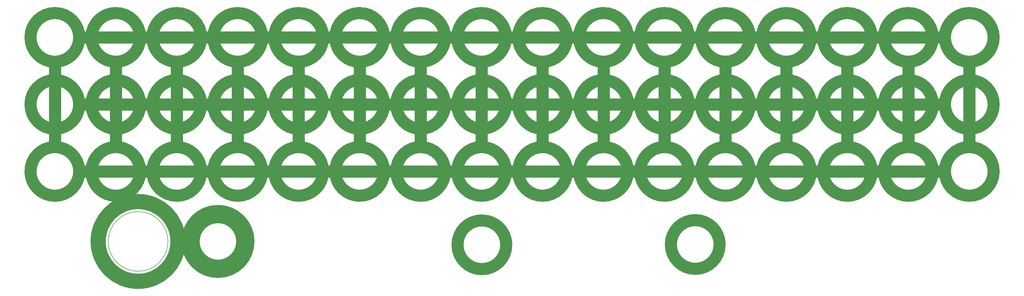
<source format=gbr>
%TF.GenerationSoftware,KiCad,Pcbnew,7.0.9*%
%TF.CreationDate,2024-01-02T10:04:44-06:00*%
%TF.ProjectId,AnalogSequencerFaceplate,416e616c-6f67-4536-9571-75656e636572,rev?*%
%TF.SameCoordinates,Original*%
%TF.FileFunction,Copper,L1,Top*%
%TF.FilePolarity,Positive*%
%FSLAX46Y46*%
G04 Gerber Fmt 4.6, Leading zero omitted, Abs format (unit mm)*
G04 Created by KiCad (PCBNEW 7.0.9) date 2024-01-02 10:04:44*
%MOMM*%
%LPD*%
G01*
G04 APERTURE LIST*
%TA.AperFunction,NonConductor*%
%ADD10C,0.200000*%
%TD*%
%TA.AperFunction,NonConductor*%
%ADD11C,5.000000*%
%TD*%
%TA.AperFunction,NonConductor*%
%ADD12C,6.000000*%
%TD*%
%TA.AperFunction,NonConductor*%
%ADD13C,4.000000*%
%TD*%
G04 APERTURE END LIST*
D10*
X114600000Y-185500000D02*
G75*
G03*
X114600000Y-185500000I-9800000J0D01*
G01*
D11*
X117900000Y-185500000D02*
G75*
G03*
X117900000Y-185500000I-13100000J0D01*
G01*
D12*
X140000000Y-185500000D02*
G75*
G03*
X140000000Y-185500000I-9000000J0D01*
G01*
D13*
X225600000Y-186600000D02*
G75*
G03*
X225600000Y-186600000I-8000000J0D01*
G01*
X295600000Y-186500000D02*
G75*
G03*
X295600000Y-186500000I-8000000J0D01*
G01*
X385500000Y-162500000D02*
G75*
G03*
X385500000Y-162500000I-8000000J0D01*
G01*
X365500000Y-118500000D02*
G75*
G03*
X365500000Y-118500000I-8000000J0D01*
G01*
X305500000Y-140500000D02*
G75*
G03*
X305500000Y-140500000I-8000000J0D01*
G01*
X225500000Y-162500000D02*
G75*
G03*
X225500000Y-162500000I-8000000J0D01*
G01*
X205500000Y-140500000D02*
G75*
G03*
X205500000Y-140500000I-8000000J0D01*
G01*
X185500000Y-118500000D02*
G75*
G03*
X185500000Y-118500000I-8000000J0D01*
G01*
X205500000Y-162500000D02*
G75*
G03*
X205500000Y-162500000I-8000000J0D01*
G01*
X277500000Y-126500000D02*
X277500000Y-154500000D01*
X165500000Y-118500000D02*
G75*
G03*
X165500000Y-118500000I-8000000J0D01*
G01*
X217500000Y-126500000D02*
X217500000Y-154500000D01*
X77500000Y-126500000D02*
X77500000Y-154500000D01*
X325500000Y-162500000D02*
G75*
G03*
X325500000Y-162500000I-8000000J0D01*
G01*
X369500000Y-140500000D02*
X85500000Y-140500000D01*
X305500000Y-118500000D02*
G75*
G03*
X305500000Y-118500000I-8000000J0D01*
G01*
X325500000Y-140500000D02*
G75*
G03*
X325500000Y-140500000I-8000000J0D01*
G01*
X357500000Y-126500000D02*
X357500000Y-154500000D01*
X225500000Y-118500000D02*
G75*
G03*
X225500000Y-118500000I-8000000J0D01*
G01*
X105500000Y-118500000D02*
G75*
G03*
X105500000Y-118500000I-8000000J0D01*
G01*
X337500000Y-126500000D02*
X337500000Y-154500000D01*
X297500000Y-126500000D02*
X297500000Y-154500000D01*
X177500000Y-126500000D02*
X177500000Y-154500000D01*
X225500000Y-140500000D02*
G75*
G03*
X225500000Y-140500000I-8000000J0D01*
G01*
X137500000Y-126500000D02*
X137500000Y-154500000D01*
X285500000Y-162500000D02*
G75*
G03*
X285500000Y-162500000I-8000000J0D01*
G01*
X105500000Y-140500000D02*
G75*
G03*
X105500000Y-140500000I-8000000J0D01*
G01*
X125500000Y-162500000D02*
G75*
G03*
X125500000Y-162500000I-8000000J0D01*
G01*
X237500000Y-126500000D02*
X237500000Y-154500000D01*
X185500000Y-162500000D02*
G75*
G03*
X185500000Y-162500000I-8000000J0D01*
G01*
X345500000Y-118500000D02*
G75*
G03*
X345500000Y-118500000I-8000000J0D01*
G01*
X165500000Y-162500000D02*
G75*
G03*
X165500000Y-162500000I-8000000J0D01*
G01*
X345500000Y-140500000D02*
G75*
G03*
X345500000Y-140500000I-8000000J0D01*
G01*
X97500000Y-126500000D02*
X97500000Y-154500000D01*
X285500000Y-118500000D02*
G75*
G03*
X285500000Y-118500000I-8000000J0D01*
G01*
X85500000Y-118500000D02*
G75*
G03*
X85500000Y-118500000I-8000000J0D01*
G01*
X85500000Y-140500000D02*
G75*
G03*
X85500000Y-140500000I-8000000J0D01*
G01*
X185500000Y-140500000D02*
G75*
G03*
X185500000Y-140500000I-8000000J0D01*
G01*
X265500000Y-140500000D02*
G75*
G03*
X265500000Y-140500000I-8000000J0D01*
G01*
X265500000Y-162500000D02*
G75*
G03*
X265500000Y-162500000I-8000000J0D01*
G01*
X265500000Y-118500000D02*
G75*
G03*
X265500000Y-118500000I-8000000J0D01*
G01*
X125500000Y-140500000D02*
G75*
G03*
X125500000Y-140500000I-8000000J0D01*
G01*
X117500000Y-126500000D02*
X117500000Y-154500000D01*
X165500000Y-140500000D02*
G75*
G03*
X165500000Y-140500000I-8000000J0D01*
G01*
X145500000Y-140500000D02*
G75*
G03*
X145500000Y-140500000I-8000000J0D01*
G01*
X197500000Y-126500000D02*
X197500000Y-154500000D01*
X285500000Y-140500000D02*
G75*
G03*
X285500000Y-140500000I-8000000J0D01*
G01*
X105500000Y-162500000D02*
G75*
G03*
X105500000Y-162500000I-8000000J0D01*
G01*
X245500000Y-140500000D02*
G75*
G03*
X245500000Y-140500000I-8000000J0D01*
G01*
X257500000Y-126500000D02*
X257500000Y-154500000D01*
X377500000Y-126500000D02*
X377500000Y-154500000D01*
X385500000Y-140500000D02*
G75*
G03*
X385500000Y-140500000I-8000000J0D01*
G01*
X345500000Y-162500000D02*
G75*
G03*
X345500000Y-162500000I-8000000J0D01*
G01*
X157500000Y-126500000D02*
X157500000Y-154500000D01*
X365500000Y-140500000D02*
G75*
G03*
X365500000Y-140500000I-8000000J0D01*
G01*
X145500000Y-118500000D02*
G75*
G03*
X145500000Y-118500000I-8000000J0D01*
G01*
X385500000Y-118500000D02*
G75*
G03*
X385500000Y-118500000I-8000000J0D01*
G01*
X365500000Y-162500000D02*
G75*
G03*
X365500000Y-162500000I-8000000J0D01*
G01*
X369500000Y-118500000D02*
X85500000Y-118500000D01*
X305500000Y-162500000D02*
G75*
G03*
X305500000Y-162500000I-8000000J0D01*
G01*
X145500000Y-162500000D02*
G75*
G03*
X145500000Y-162500000I-8000000J0D01*
G01*
X369500000Y-162500000D02*
X85500000Y-162500000D01*
X125500000Y-118500000D02*
G75*
G03*
X125500000Y-118500000I-8000000J0D01*
G01*
X325500000Y-118500000D02*
G75*
G03*
X325500000Y-118500000I-8000000J0D01*
G01*
X245500000Y-118500000D02*
G75*
G03*
X245500000Y-118500000I-8000000J0D01*
G01*
X85500000Y-162500000D02*
G75*
G03*
X85500000Y-162500000I-8000000J0D01*
G01*
X205500000Y-118500000D02*
G75*
G03*
X205500000Y-118500000I-8000000J0D01*
G01*
X317500000Y-126500000D02*
X317500000Y-154500000D01*
X245500000Y-162500000D02*
G75*
G03*
X245500000Y-162500000I-8000000J0D01*
G01*
M02*

</source>
